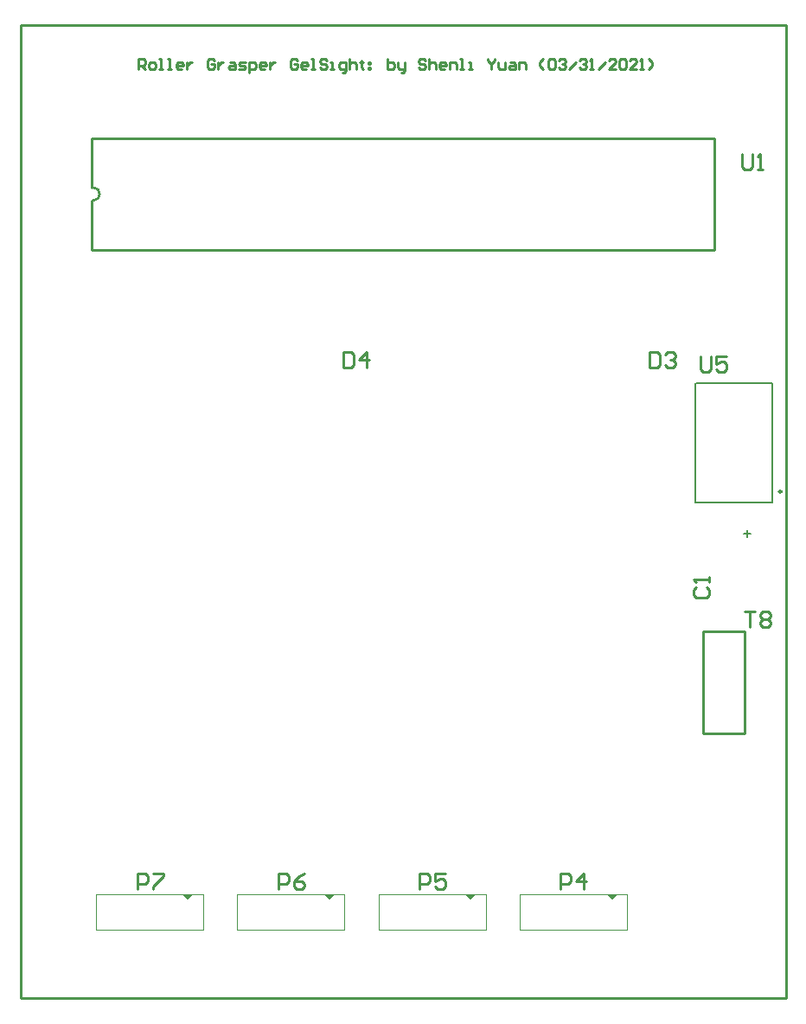
<source format=gto>
G04*
G04 #@! TF.GenerationSoftware,Altium Limited,DefaultClient, ()*
G04*
G04 Layer_Color=65535*
%FSLAX25Y25*%
%MOIN*%
G70*
G04*
G04 #@! TF.SameCoordinates,BEE212FD-1A4C-4D2E-9424-7381D7AD546F*
G04*
G04*
G04 #@! TF.FilePolarity,Positive*
G04*
G01*
G75*
%ADD10C,0.00984*%
%ADD11C,0.01000*%
%ADD12C,0.00394*%
%ADD13C,0.00787*%
%ADD14C,0.00800*%
G36*
X151469Y141661D02*
X149500Y139693D01*
X147531Y141661D01*
X151469D01*
D02*
G37*
G36*
X205968D02*
X204000Y139693D01*
X202031Y141661D01*
X205968D01*
D02*
G37*
G36*
X260469D02*
X258500Y139693D01*
X256532Y141661D01*
X260469D01*
D02*
G37*
G36*
X314968D02*
X313000Y139693D01*
X311032Y141661D01*
X314968D01*
D02*
G37*
D10*
X378319Y296799D02*
G03*
X378319Y296799I-492J0D01*
G01*
D11*
X113000Y409000D02*
G03*
X113000Y414000I0J2500D01*
G01*
X348000Y203630D02*
Y243000D01*
X348130Y203630D02*
X364000D01*
Y243000D01*
X348000D02*
X364000D01*
X112500Y390000D02*
X352500D01*
Y433000D01*
X112500D02*
X352500D01*
X112500Y414000D02*
Y433000D01*
Y390000D02*
Y409000D01*
X130500Y459500D02*
Y463499D01*
X132499D01*
X133166Y462832D01*
Y461499D01*
X132499Y460833D01*
X130500D01*
X131833D02*
X133166Y459500D01*
X135165D02*
X136498D01*
X137164Y460166D01*
Y461499D01*
X136498Y462166D01*
X135165D01*
X134499Y461499D01*
Y460166D01*
X135165Y459500D01*
X138497D02*
X139830D01*
X139164D01*
Y463499D01*
X138497D01*
X141830Y459500D02*
X143163D01*
X142496D01*
Y463499D01*
X141830D01*
X147161Y459500D02*
X145828D01*
X145162Y460166D01*
Y461499D01*
X145828Y462166D01*
X147161D01*
X147828Y461499D01*
Y460833D01*
X145162D01*
X149161Y462166D02*
Y459500D01*
Y460833D01*
X149827Y461499D01*
X150494Y462166D01*
X151160D01*
X159824Y462832D02*
X159157Y463499D01*
X157825D01*
X157158Y462832D01*
Y460166D01*
X157825Y459500D01*
X159157D01*
X159824Y460166D01*
Y461499D01*
X158491D01*
X161157Y462166D02*
Y459500D01*
Y460833D01*
X161823Y461499D01*
X162490Y462166D01*
X163156D01*
X165822D02*
X167155D01*
X167821Y461499D01*
Y459500D01*
X165822D01*
X165155Y460166D01*
X165822Y460833D01*
X167821D01*
X169154Y459500D02*
X171153D01*
X171820Y460166D01*
X171153Y460833D01*
X169821D01*
X169154Y461499D01*
X169821Y462166D01*
X171820D01*
X173153Y458167D02*
Y462166D01*
X175152D01*
X175819Y461499D01*
Y460166D01*
X175152Y459500D01*
X173153D01*
X179151D02*
X177818D01*
X177152Y460166D01*
Y461499D01*
X177818Y462166D01*
X179151D01*
X179817Y461499D01*
Y460833D01*
X177152D01*
X181150Y462166D02*
Y459500D01*
Y460833D01*
X181817Y461499D01*
X182483Y462166D01*
X183150D01*
X191814Y462832D02*
X191147Y463499D01*
X189814D01*
X189148Y462832D01*
Y460166D01*
X189814Y459500D01*
X191147D01*
X191814Y460166D01*
Y461499D01*
X190481D01*
X195146Y459500D02*
X193813D01*
X193147Y460166D01*
Y461499D01*
X193813Y462166D01*
X195146D01*
X195812Y461499D01*
Y460833D01*
X193147D01*
X197145Y459500D02*
X198478D01*
X197812D01*
Y463499D01*
X197145D01*
X203143Y462832D02*
X202477Y463499D01*
X201144D01*
X200477Y462832D01*
Y462166D01*
X201144Y461499D01*
X202477D01*
X203143Y460833D01*
Y460166D01*
X202477Y459500D01*
X201144D01*
X200477Y460166D01*
X204476Y459500D02*
X205809D01*
X205143D01*
Y462166D01*
X204476D01*
X209141Y458167D02*
X209808D01*
X210474Y458834D01*
Y462166D01*
X208475D01*
X207808Y461499D01*
Y460166D01*
X208475Y459500D01*
X210474D01*
X211807Y463499D02*
Y459500D01*
Y461499D01*
X212474Y462166D01*
X213807D01*
X214473Y461499D01*
Y459500D01*
X216472Y462832D02*
Y462166D01*
X215806D01*
X217139D01*
X216472D01*
Y460166D01*
X217139Y459500D01*
X219138Y462166D02*
X219805D01*
Y461499D01*
X219138D01*
Y462166D01*
Y460166D02*
X219805D01*
Y459500D01*
X219138D01*
Y460166D01*
X226469Y463499D02*
Y459500D01*
X228468D01*
X229135Y460166D01*
Y460833D01*
Y461499D01*
X228468Y462166D01*
X226469D01*
X230468D02*
Y460166D01*
X231134Y459500D01*
X233134D01*
Y458834D01*
X232467Y458167D01*
X231801D01*
X233134Y459500D02*
Y462166D01*
X241131Y462832D02*
X240464Y463499D01*
X239132D01*
X238465Y462832D01*
Y462166D01*
X239132Y461499D01*
X240464D01*
X241131Y460833D01*
Y460166D01*
X240464Y459500D01*
X239132D01*
X238465Y460166D01*
X242464Y463499D02*
Y459500D01*
Y461499D01*
X243130Y462166D01*
X244463D01*
X245130Y461499D01*
Y459500D01*
X248462D02*
X247129D01*
X246463Y460166D01*
Y461499D01*
X247129Y462166D01*
X248462D01*
X249128Y461499D01*
Y460833D01*
X246463D01*
X250461Y459500D02*
Y462166D01*
X252461D01*
X253127Y461499D01*
Y459500D01*
X254460D02*
X255793D01*
X255127D01*
Y463499D01*
X254460D01*
X257792Y459500D02*
X259125D01*
X258459D01*
Y462166D01*
X257792D01*
X265123Y463499D02*
Y462832D01*
X266456Y461499D01*
X267789Y462832D01*
Y463499D01*
X266456Y461499D02*
Y459500D01*
X269122Y462166D02*
Y460166D01*
X269788Y459500D01*
X271788D01*
Y462166D01*
X273787D02*
X275120D01*
X275786Y461499D01*
Y459500D01*
X273787D01*
X273121Y460166D01*
X273787Y460833D01*
X275786D01*
X277119Y459500D02*
Y462166D01*
X279119D01*
X279785Y461499D01*
Y459500D01*
X286450D02*
X285117Y460833D01*
Y462166D01*
X286450Y463499D01*
X288449Y462832D02*
X289116Y463499D01*
X290448D01*
X291115Y462832D01*
Y460166D01*
X290448Y459500D01*
X289116D01*
X288449Y460166D01*
Y462832D01*
X292448D02*
X293114Y463499D01*
X294447D01*
X295114Y462832D01*
Y462166D01*
X294447Y461499D01*
X293781D01*
X294447D01*
X295114Y460833D01*
Y460166D01*
X294447Y459500D01*
X293114D01*
X292448Y460166D01*
X296446Y459500D02*
X299112Y462166D01*
X300445Y462832D02*
X301112Y463499D01*
X302445D01*
X303111Y462832D01*
Y462166D01*
X302445Y461499D01*
X301778D01*
X302445D01*
X303111Y460833D01*
Y460166D01*
X302445Y459500D01*
X301112D01*
X300445Y460166D01*
X304444Y459500D02*
X305777D01*
X305110D01*
Y463499D01*
X304444Y462832D01*
X307776Y459500D02*
X310442Y462166D01*
X314441Y459500D02*
X311775D01*
X314441Y462166D01*
Y462832D01*
X313774Y463499D01*
X312441D01*
X311775Y462832D01*
X315774D02*
X316440Y463499D01*
X317773D01*
X318439Y462832D01*
Y460166D01*
X317773Y459500D01*
X316440D01*
X315774Y460166D01*
Y462832D01*
X322438Y459500D02*
X319772D01*
X322438Y462166D01*
Y462832D01*
X321772Y463499D01*
X320439D01*
X319772Y462832D01*
X323771Y459500D02*
X325104D01*
X324437D01*
Y463499D01*
X323771Y462832D01*
X327103Y459500D02*
X328436Y460833D01*
Y462166D01*
X327103Y463499D01*
X130000Y143500D02*
Y149498D01*
X132999D01*
X133999Y148498D01*
Y146499D01*
X132999Y145499D01*
X130000D01*
X135998Y149498D02*
X139997D01*
Y148498D01*
X135998Y144500D01*
Y143500D01*
X184333D02*
Y149498D01*
X187332D01*
X188332Y148498D01*
Y146499D01*
X187332Y145499D01*
X184333D01*
X194330Y149498D02*
X192331Y148498D01*
X190331Y146499D01*
Y144500D01*
X191331Y143500D01*
X193330D01*
X194330Y144500D01*
Y145499D01*
X193330Y146499D01*
X190331D01*
X238667Y143500D02*
Y149498D01*
X241666D01*
X242665Y148498D01*
Y146499D01*
X241666Y145499D01*
X238667D01*
X248663Y149498D02*
X244665D01*
Y146499D01*
X246664Y147499D01*
X247664D01*
X248663Y146499D01*
Y144500D01*
X247664Y143500D01*
X245664D01*
X244665Y144500D01*
X293000Y143500D02*
Y149498D01*
X295999D01*
X296999Y148498D01*
Y146499D01*
X295999Y145499D01*
X293000D01*
X301997Y143500D02*
Y149498D01*
X298998Y146499D01*
X302997D01*
X347000Y348998D02*
Y344000D01*
X348000Y343000D01*
X349999D01*
X350999Y344000D01*
Y348998D01*
X356997D02*
X352998D01*
Y345999D01*
X354997Y346999D01*
X355997D01*
X356997Y345999D01*
Y344000D01*
X355997Y343000D01*
X353998D01*
X352998Y344000D01*
X363000Y426998D02*
Y422000D01*
X364000Y421000D01*
X365999D01*
X366999Y422000D01*
Y426998D01*
X368998Y421000D02*
X370997D01*
X369998D01*
Y426998D01*
X368998Y425998D01*
X364000Y250498D02*
X367999D01*
X365999D01*
Y244500D01*
X369998Y249498D02*
X370998Y250498D01*
X372997D01*
X373997Y249498D01*
Y248499D01*
X372997Y247499D01*
X373997Y246499D01*
Y245500D01*
X372997Y244500D01*
X370998D01*
X369998Y245500D01*
Y246499D01*
X370998Y247499D01*
X369998Y248499D01*
Y249498D01*
X370998Y247499D02*
X372997D01*
X209500Y350498D02*
Y344500D01*
X212499D01*
X213499Y345500D01*
Y349498D01*
X212499Y350498D01*
X209500D01*
X218497Y344500D02*
Y350498D01*
X215498Y347499D01*
X219497D01*
X327500Y350498D02*
Y344500D01*
X330499D01*
X331499Y345500D01*
Y349498D01*
X330499Y350498D01*
X327500D01*
X333498Y349498D02*
X334498Y350498D01*
X336497D01*
X337497Y349498D01*
Y348499D01*
X336497Y347499D01*
X335497D01*
X336497D01*
X337497Y346499D01*
Y345500D01*
X336497Y344500D01*
X334498D01*
X333498Y345500D01*
X345502Y259999D02*
X344502Y258999D01*
Y257000D01*
X345502Y256000D01*
X349500D01*
X350500Y257000D01*
Y258999D01*
X349500Y259999D01*
X350500Y261998D02*
Y263997D01*
Y262998D01*
X344502D01*
X345502Y261998D01*
X85000Y476500D02*
X380000D01*
Y101500D02*
Y476500D01*
X85000Y101500D02*
X380000D01*
X85000D02*
Y476500D01*
D12*
X318905Y127882D02*
Y141661D01*
X277567D02*
X318905D01*
X277567Y127882D02*
Y141661D01*
Y127882D02*
X318905D01*
X264405D02*
Y141661D01*
X223067D02*
X264405D01*
X223067Y127882D02*
Y141661D01*
Y127882D02*
X264405D01*
X209906D02*
Y141661D01*
X168567D02*
X209906D01*
X168567Y127882D02*
Y141661D01*
Y127882D02*
X209906D01*
X155405D02*
Y141661D01*
X114067D02*
X155405D01*
X114067Y127882D02*
Y141661D01*
Y127882D02*
X155405D01*
D13*
X344953Y292469D02*
Y338531D01*
X345346D02*
X374874D01*
Y292469D02*
Y338531D01*
X345346Y292469D02*
X374874D01*
D14*
X366500Y280501D02*
X363834D01*
X365167Y279168D02*
Y281834D01*
M02*

</source>
